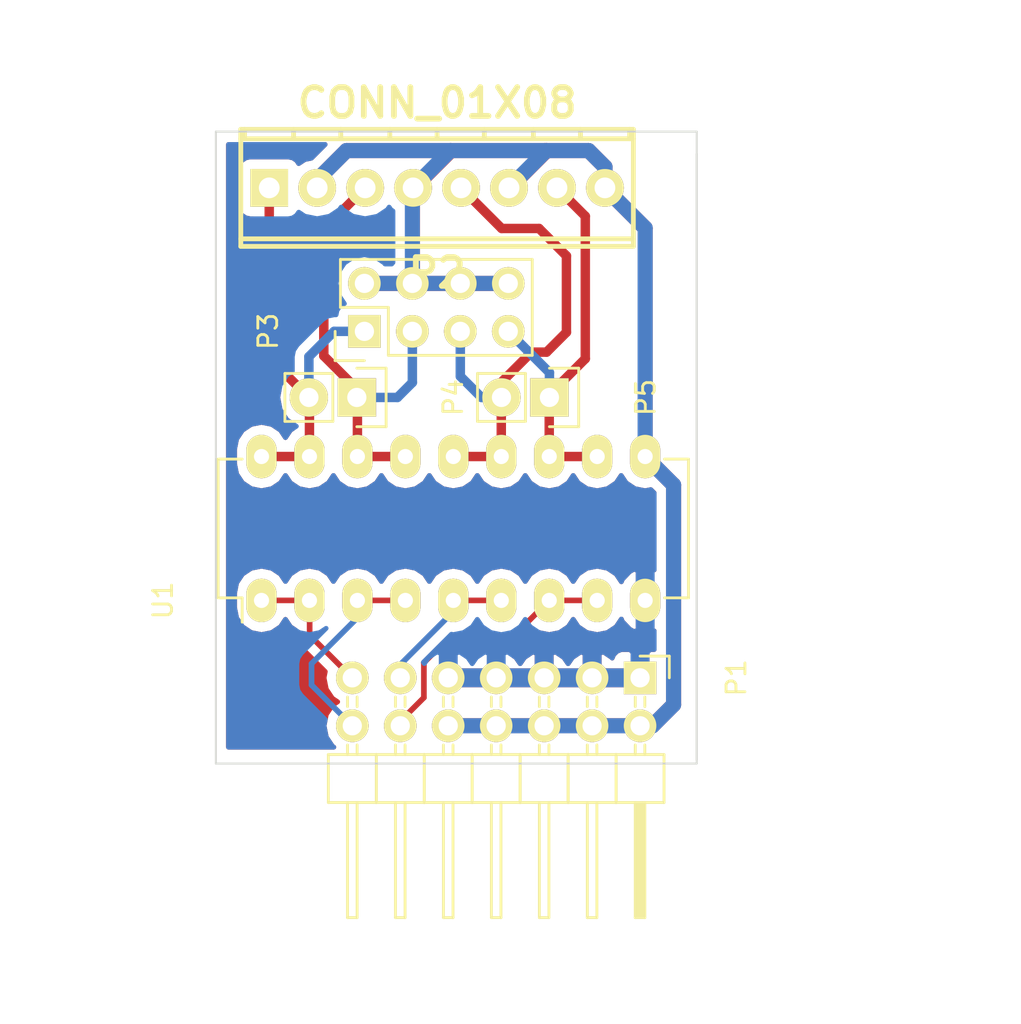
<source format=kicad_pcb>
(kicad_pcb (version 4) (host pcbnew 4.0.1-stable)

  (general
    (links 42)
    (no_connects 0)
    (area 124.7 109.85 178.800001 164.100001)
    (thickness 1.6)
    (drawings 5)
    (tracks 114)
    (zones 0)
    (modules 6)
    (nets 11)
  )

  (page A4)
  (layers
    (0 F.Cu signal)
    (31 B.Cu signal)
    (32 B.Adhes user)
    (33 F.Adhes user)
    (34 B.Paste user)
    (35 F.Paste user)
    (36 B.SilkS user)
    (37 F.SilkS user)
    (38 B.Mask user)
    (39 F.Mask user)
    (40 Dwgs.User user)
    (41 Cmts.User user)
    (42 Eco1.User user)
    (43 Eco2.User user)
    (44 Edge.Cuts user)
    (45 Margin user)
    (46 B.CrtYd user)
    (47 F.CrtYd user)
    (48 B.Fab user)
    (49 F.Fab user)
  )

  (setup
    (last_trace_width 0.25)
    (user_trace_width 0.3)
    (user_trace_width 0.5)
    (user_trace_width 0.8)
    (user_trace_width 1.5)
    (trace_clearance 0.2)
    (zone_clearance 0.5)
    (zone_45_only no)
    (trace_min 0.2)
    (segment_width 0.2)
    (edge_width 0.1)
    (via_size 0.6)
    (via_drill 0.4)
    (via_min_size 0.4)
    (via_min_drill 0.3)
    (uvia_size 0.3)
    (uvia_drill 0.1)
    (uvias_allowed no)
    (uvia_min_size 0.2)
    (uvia_min_drill 0.1)
    (pcb_text_width 0.3)
    (pcb_text_size 1.5 1.5)
    (mod_edge_width 0.15)
    (mod_text_size 1 1)
    (mod_text_width 0.15)
    (pad_size 1.5 1.5)
    (pad_drill 0.6)
    (pad_to_mask_clearance 0)
    (aux_axis_origin 137.7 141)
    (visible_elements 7FFFFFFF)
    (pcbplotparams
      (layerselection 0x00030_80000001)
      (usegerberextensions false)
      (excludeedgelayer true)
      (linewidth 0.100000)
      (plotframeref false)
      (viasonmask false)
      (mode 1)
      (useauxorigin false)
      (hpglpennumber 1)
      (hpglpenspeed 20)
      (hpglpendiameter 15)
      (hpglpenoverlay 2)
      (psnegative false)
      (psa4output false)
      (plotreference true)
      (plotvalue true)
      (plotinvisibletext false)
      (padsonsilk false)
      (subtractmaskfromsilk false)
      (outputformat 1)
      (mirror false)
      (drillshape 1)
      (scaleselection 1)
      (outputdirectory ""))
  )

  (net 0 "")
  (net 1 GND)
  (net 2 +12V)
  (net 3 /PWM-ADD0)
  (net 4 /PWM-ADD1)
  (net 5 /PWM-ADD2)
  (net 6 /PWM-ADD3)
  (net 7 /PWM-OUT2)
  (net 8 /PWM-OUT0)
  (net 9 /PWM-OUT1)
  (net 10 /PWM-OUT3)

  (net_class Default "This is the default net class."
    (clearance 0.2)
    (trace_width 0.25)
    (via_dia 0.6)
    (via_drill 0.4)
    (uvia_dia 0.3)
    (uvia_drill 0.1)
    (add_net +12V)
    (add_net /PWM-ADD0)
    (add_net /PWM-ADD1)
    (add_net /PWM-ADD2)
    (add_net /PWM-ADD3)
    (add_net /PWM-OUT0)
    (add_net /PWM-OUT1)
    (add_net /PWM-OUT2)
    (add_net /PWM-OUT3)
    (add_net GND)
  )

  (module 2:mpt_0,5%2f8-2,54 (layer F.Cu) (tedit 0) (tstamp 56C9A49A)
    (at 147.85 119.8 180)
    (descr "8-way 2.54mm pitch terminal block, Phoenix MPT series")
    (path /56B9EDB9)
    (fp_text reference P2 (at 0 -4.50088 180) (layer F.SilkS)
      (effects (font (thickness 0.3048)))
    )
    (fp_text value CONN_01X08 (at 0 4.50088 180) (layer F.SilkS)
      (effects (font (thickness 0.3048)))
    )
    (fp_line (start 10.39876 -3.0988) (end -10.39876 -3.0988) (layer F.SilkS) (width 0.254))
    (fp_line (start -10.39876 -2.70002) (end 10.39876 -2.70002) (layer F.SilkS) (width 0.254))
    (fp_line (start 10.39876 3.0988) (end -10.39876 3.0988) (layer F.SilkS) (width 0.254))
    (fp_line (start -10.39876 2.60096) (end 10.39876 2.60096) (layer F.SilkS) (width 0.254))
    (fp_line (start 0 2.60096) (end 0 3.0988) (layer F.SilkS) (width 0.254))
    (fp_line (start 7.59968 2.60096) (end 7.59968 3.0988) (layer F.SilkS) (width 0.254))
    (fp_line (start 5.10032 2.60096) (end 5.10032 3.0988) (layer F.SilkS) (width 0.254))
    (fp_line (start 2.5019 2.60096) (end 2.5019 3.0988) (layer F.SilkS) (width 0.254))
    (fp_line (start -2.49936 2.60096) (end -2.49936 3.0988) (layer F.SilkS) (width 0.254))
    (fp_line (start -5.09778 2.60096) (end -5.09778 3.0988) (layer F.SilkS) (width 0.254))
    (fp_line (start -10.1981 3.0988) (end -10.1981 2.60096) (layer F.SilkS) (width 0.254))
    (fp_line (start 10.1981 2.60096) (end 10.1981 3.0988) (layer F.SilkS) (width 0.254))
    (fp_line (start -7.5946 3.0988) (end -7.5946 2.60096) (layer F.SilkS) (width 0.254))
    (fp_line (start 10.39622 3.0988) (end 10.39622 -3.0988) (layer F.SilkS) (width 0.254))
    (fp_line (start -10.39622 -3.0988) (end -10.39622 3.0988) (layer F.SilkS) (width 0.254))
    (pad 4 thru_hole oval (at 1.27 0 180) (size 1.99898 1.99898) (drill 1.09728) (layers *.Cu *.Mask F.SilkS)
      (net 2 +12V))
    (pad 1 thru_hole rect (at 8.89 0 180) (size 1.99898 1.99898) (drill 1.09728) (layers *.Cu *.Mask F.SilkS)
      (net 8 /PWM-OUT0))
    (pad 2 thru_hole oval (at 6.35 0 180) (size 1.99898 1.99898) (drill 1.09728) (layers *.Cu *.Mask F.SilkS)
      (net 2 +12V))
    (pad 3 thru_hole oval (at 3.81 0 180) (size 1.99898 1.99898) (drill 1.09728) (layers *.Cu *.Mask F.SilkS)
      (net 9 /PWM-OUT1))
    (pad 5 thru_hole oval (at -1.27 0 180) (size 1.99898 1.99898) (drill 1.09728) (layers *.Cu *.Mask F.SilkS)
      (net 7 /PWM-OUT2))
    (pad 6 thru_hole oval (at -3.81 0 180) (size 1.99898 1.99898) (drill 1.09728) (layers *.Cu *.Mask F.SilkS)
      (net 2 +12V))
    (pad 7 thru_hole oval (at -6.35 0 180) (size 1.99898 1.99898) (drill 1.09728) (layers *.Cu *.Mask F.SilkS)
      (net 10 /PWM-OUT3))
    (pad 8 thru_hole oval (at -8.89 0 180) (size 1.99898 1.99898) (drill 1.09728) (layers *.Cu *.Mask F.SilkS)
      (net 2 +12V))
    (model walter/conn_mpt/mpt_0,5-8-2,54.wrl
      (at (xyz 0 0 0))
      (scale (xyz 1 1 1))
      (rotate (xyz 0 0 0))
    )
  )

  (module Pin_Headers:Pin_Header_Straight_1x02 (layer F.Cu) (tedit 54EA090C) (tstamp 56C9A4AB)
    (at 143.6 130.9 270)
    (descr "Through hole pin header")
    (tags "pin header")
    (path /56B9F55A)
    (fp_text reference P4 (at 0 -5.1 270) (layer F.SilkS)
      (effects (font (size 1 1) (thickness 0.15)))
    )
    (fp_text value CONN_01X02 (at 0 -3.1 270) (layer F.Fab)
      (effects (font (size 1 1) (thickness 0.15)))
    )
    (fp_line (start 1.27 1.27) (end 1.27 3.81) (layer F.SilkS) (width 0.15))
    (fp_line (start 1.55 -1.55) (end 1.55 0) (layer F.SilkS) (width 0.15))
    (fp_line (start -1.75 -1.75) (end -1.75 4.3) (layer F.CrtYd) (width 0.05))
    (fp_line (start 1.75 -1.75) (end 1.75 4.3) (layer F.CrtYd) (width 0.05))
    (fp_line (start -1.75 -1.75) (end 1.75 -1.75) (layer F.CrtYd) (width 0.05))
    (fp_line (start -1.75 4.3) (end 1.75 4.3) (layer F.CrtYd) (width 0.05))
    (fp_line (start 1.27 1.27) (end -1.27 1.27) (layer F.SilkS) (width 0.15))
    (fp_line (start -1.55 0) (end -1.55 -1.55) (layer F.SilkS) (width 0.15))
    (fp_line (start -1.55 -1.55) (end 1.55 -1.55) (layer F.SilkS) (width 0.15))
    (fp_line (start -1.27 1.27) (end -1.27 3.81) (layer F.SilkS) (width 0.15))
    (fp_line (start -1.27 3.81) (end 1.27 3.81) (layer F.SilkS) (width 0.15))
    (pad 1 thru_hole rect (at 0 0 270) (size 2.032 2.032) (drill 1.016) (layers *.Cu *.Mask F.SilkS)
      (net 9 /PWM-OUT1))
    (pad 2 thru_hole oval (at 0 2.54 270) (size 2.032 2.032) (drill 1.016) (layers *.Cu *.Mask F.SilkS)
      (net 8 /PWM-OUT0))
    (model Pin_Headers.3dshapes/Pin_Header_Straight_1x02.wrl
      (at (xyz 0 -0.05 0))
      (scale (xyz 1 1 1))
      (rotate (xyz 0 0 90))
    )
  )

  (module Pin_Headers:Pin_Header_Straight_1x02 (layer F.Cu) (tedit 54EA090C) (tstamp 56C9A4BC)
    (at 153.8 130.9 270)
    (descr "Through hole pin header")
    (tags "pin header")
    (path /56B9F663)
    (fp_text reference P5 (at 0 -5.1 270) (layer F.SilkS)
      (effects (font (size 1 1) (thickness 0.15)))
    )
    (fp_text value CONN_01X02 (at 0 -3.1 270) (layer F.Fab)
      (effects (font (size 1 1) (thickness 0.15)))
    )
    (fp_line (start 1.27 1.27) (end 1.27 3.81) (layer F.SilkS) (width 0.15))
    (fp_line (start 1.55 -1.55) (end 1.55 0) (layer F.SilkS) (width 0.15))
    (fp_line (start -1.75 -1.75) (end -1.75 4.3) (layer F.CrtYd) (width 0.05))
    (fp_line (start 1.75 -1.75) (end 1.75 4.3) (layer F.CrtYd) (width 0.05))
    (fp_line (start -1.75 -1.75) (end 1.75 -1.75) (layer F.CrtYd) (width 0.05))
    (fp_line (start -1.75 4.3) (end 1.75 4.3) (layer F.CrtYd) (width 0.05))
    (fp_line (start 1.27 1.27) (end -1.27 1.27) (layer F.SilkS) (width 0.15))
    (fp_line (start -1.55 0) (end -1.55 -1.55) (layer F.SilkS) (width 0.15))
    (fp_line (start -1.55 -1.55) (end 1.55 -1.55) (layer F.SilkS) (width 0.15))
    (fp_line (start -1.27 1.27) (end -1.27 3.81) (layer F.SilkS) (width 0.15))
    (fp_line (start -1.27 3.81) (end 1.27 3.81) (layer F.SilkS) (width 0.15))
    (pad 1 thru_hole rect (at 0 0 270) (size 2.032 2.032) (drill 1.016) (layers *.Cu *.Mask F.SilkS)
      (net 10 /PWM-OUT3))
    (pad 2 thru_hole oval (at 0 2.54 270) (size 2.032 2.032) (drill 1.016) (layers *.Cu *.Mask F.SilkS)
      (net 7 /PWM-OUT2))
    (model Pin_Headers.3dshapes/Pin_Header_Straight_1x02.wrl
      (at (xyz 0 -0.05 0))
      (scale (xyz 1 1 1))
      (rotate (xyz 0 0 90))
    )
  )

  (module Housings_DIP:DIP-18_W7.62mm_LongPads (layer F.Cu) (tedit 54130A77) (tstamp 56C9A4DD)
    (at 138.55 141.65 90)
    (descr "18-lead dip package, row spacing 7.62 mm (300 mils), longer pads")
    (tags "dil dip 2.54 300")
    (path /56B9EB55)
    (fp_text reference U1 (at 0 -5.22 90) (layer F.SilkS)
      (effects (font (size 1 1) (thickness 0.15)))
    )
    (fp_text value ULN2803 (at 0 -3.72 90) (layer F.Fab)
      (effects (font (size 1 1) (thickness 0.15)))
    )
    (fp_line (start -1.4 -2.45) (end -1.4 22.8) (layer F.CrtYd) (width 0.05))
    (fp_line (start 9 -2.45) (end 9 22.8) (layer F.CrtYd) (width 0.05))
    (fp_line (start -1.4 -2.45) (end 9 -2.45) (layer F.CrtYd) (width 0.05))
    (fp_line (start -1.4 22.8) (end 9 22.8) (layer F.CrtYd) (width 0.05))
    (fp_line (start 0.135 -2.295) (end 0.135 -1.025) (layer F.SilkS) (width 0.15))
    (fp_line (start 7.485 -2.295) (end 7.485 -1.025) (layer F.SilkS) (width 0.15))
    (fp_line (start 7.485 22.615) (end 7.485 21.345) (layer F.SilkS) (width 0.15))
    (fp_line (start 0.135 22.615) (end 0.135 21.345) (layer F.SilkS) (width 0.15))
    (fp_line (start 0.135 -2.295) (end 7.485 -2.295) (layer F.SilkS) (width 0.15))
    (fp_line (start 0.135 22.615) (end 7.485 22.615) (layer F.SilkS) (width 0.15))
    (fp_line (start 0.135 -1.025) (end -1.15 -1.025) (layer F.SilkS) (width 0.15))
    (pad 1 thru_hole oval (at 0 0 90) (size 2.3 1.6) (drill 0.8) (layers *.Cu *.Mask F.SilkS)
      (net 3 /PWM-ADD0))
    (pad 2 thru_hole oval (at 0 2.54 90) (size 2.3 1.6) (drill 0.8) (layers *.Cu *.Mask F.SilkS)
      (net 3 /PWM-ADD0))
    (pad 3 thru_hole oval (at 0 5.08 90) (size 2.3 1.6) (drill 0.8) (layers *.Cu *.Mask F.SilkS)
      (net 4 /PWM-ADD1))
    (pad 4 thru_hole oval (at 0 7.62 90) (size 2.3 1.6) (drill 0.8) (layers *.Cu *.Mask F.SilkS)
      (net 4 /PWM-ADD1))
    (pad 5 thru_hole oval (at 0 10.16 90) (size 2.3 1.6) (drill 0.8) (layers *.Cu *.Mask F.SilkS)
      (net 5 /PWM-ADD2))
    (pad 6 thru_hole oval (at 0 12.7 90) (size 2.3 1.6) (drill 0.8) (layers *.Cu *.Mask F.SilkS)
      (net 5 /PWM-ADD2))
    (pad 7 thru_hole oval (at 0 15.24 90) (size 2.3 1.6) (drill 0.8) (layers *.Cu *.Mask F.SilkS)
      (net 6 /PWM-ADD3))
    (pad 8 thru_hole oval (at 0 17.78 90) (size 2.3 1.6) (drill 0.8) (layers *.Cu *.Mask F.SilkS)
      (net 6 /PWM-ADD3))
    (pad 9 thru_hole oval (at 0 20.32 90) (size 2.3 1.6) (drill 0.8) (layers *.Cu *.Mask F.SilkS)
      (net 1 GND))
    (pad 10 thru_hole oval (at 7.62 20.32 90) (size 2.3 1.6) (drill 0.8) (layers *.Cu *.Mask F.SilkS)
      (net 2 +12V))
    (pad 11 thru_hole oval (at 7.62 17.78 90) (size 2.3 1.6) (drill 0.8) (layers *.Cu *.Mask F.SilkS)
      (net 10 /PWM-OUT3))
    (pad 12 thru_hole oval (at 7.62 15.24 90) (size 2.3 1.6) (drill 0.8) (layers *.Cu *.Mask F.SilkS)
      (net 10 /PWM-OUT3))
    (pad 13 thru_hole oval (at 7.62 12.7 90) (size 2.3 1.6) (drill 0.8) (layers *.Cu *.Mask F.SilkS)
      (net 7 /PWM-OUT2))
    (pad 14 thru_hole oval (at 7.62 10.16 90) (size 2.3 1.6) (drill 0.8) (layers *.Cu *.Mask F.SilkS)
      (net 7 /PWM-OUT2))
    (pad 15 thru_hole oval (at 7.62 7.62 90) (size 2.3 1.6) (drill 0.8) (layers *.Cu *.Mask F.SilkS)
      (net 9 /PWM-OUT1))
    (pad 16 thru_hole oval (at 7.62 5.08 90) (size 2.3 1.6) (drill 0.8) (layers *.Cu *.Mask F.SilkS)
      (net 9 /PWM-OUT1))
    (pad 17 thru_hole oval (at 7.62 2.54 90) (size 2.3 1.6) (drill 0.8) (layers *.Cu *.Mask F.SilkS)
      (net 8 /PWM-OUT0))
    (pad 18 thru_hole oval (at 7.62 0 90) (size 2.3 1.6) (drill 0.8) (layers *.Cu *.Mask F.SilkS)
      (net 8 /PWM-OUT0))
    (model Housings_DIP.3dshapes/DIP-18_W7.62mm_LongPads.wrl
      (at (xyz 0 0 0))
      (scale (xyz 1 1 1))
      (rotate (xyz 0 0 0))
    )
  )

  (module Pin_Headers:Pin_Header_Angled_2x07 (layer F.Cu) (tedit 0) (tstamp 56C9C6BF)
    (at 158.6 145.75 270)
    (descr "Through hole pin header")
    (tags "pin header")
    (path /56C9A3DE)
    (fp_text reference P1 (at 0 -5.1 270) (layer F.SilkS)
      (effects (font (size 1 1) (thickness 0.15)))
    )
    (fp_text value CONN_02X07 (at 0 -3.1 270) (layer F.Fab)
      (effects (font (size 1 1) (thickness 0.15)))
    )
    (fp_line (start -1.35 -1.75) (end -1.35 17) (layer F.CrtYd) (width 0.05))
    (fp_line (start 13.2 -1.75) (end 13.2 17) (layer F.CrtYd) (width 0.05))
    (fp_line (start -1.35 -1.75) (end 13.2 -1.75) (layer F.CrtYd) (width 0.05))
    (fp_line (start -1.35 17) (end 13.2 17) (layer F.CrtYd) (width 0.05))
    (fp_line (start 1.524 14.986) (end 1.016 14.986) (layer F.SilkS) (width 0.15))
    (fp_line (start 1.524 15.494) (end 1.016 15.494) (layer F.SilkS) (width 0.15))
    (fp_line (start 1.524 12.954) (end 1.016 12.954) (layer F.SilkS) (width 0.15))
    (fp_line (start 1.524 12.446) (end 1.016 12.446) (layer F.SilkS) (width 0.15))
    (fp_line (start 1.524 10.414) (end 1.016 10.414) (layer F.SilkS) (width 0.15))
    (fp_line (start 1.524 9.906) (end 1.016 9.906) (layer F.SilkS) (width 0.15))
    (fp_line (start 1.524 -0.254) (end 1.016 -0.254) (layer F.SilkS) (width 0.15))
    (fp_line (start 1.524 0.254) (end 1.016 0.254) (layer F.SilkS) (width 0.15))
    (fp_line (start 1.524 2.286) (end 1.016 2.286) (layer F.SilkS) (width 0.15))
    (fp_line (start 1.524 2.794) (end 1.016 2.794) (layer F.SilkS) (width 0.15))
    (fp_line (start 1.524 7.874) (end 1.016 7.874) (layer F.SilkS) (width 0.15))
    (fp_line (start 1.524 7.366) (end 1.016 7.366) (layer F.SilkS) (width 0.15))
    (fp_line (start 1.524 5.334) (end 1.016 5.334) (layer F.SilkS) (width 0.15))
    (fp_line (start 1.524 4.826) (end 1.016 4.826) (layer F.SilkS) (width 0.15))
    (fp_line (start 4.064 14.986) (end 3.556 14.986) (layer F.SilkS) (width 0.15))
    (fp_line (start 4.064 15.494) (end 3.556 15.494) (layer F.SilkS) (width 0.15))
    (fp_line (start 4.064 12.954) (end 3.556 12.954) (layer F.SilkS) (width 0.15))
    (fp_line (start 4.064 12.446) (end 3.556 12.446) (layer F.SilkS) (width 0.15))
    (fp_line (start 4.064 10.414) (end 3.556 10.414) (layer F.SilkS) (width 0.15))
    (fp_line (start 4.064 9.906) (end 3.556 9.906) (layer F.SilkS) (width 0.15))
    (fp_line (start 4.064 -0.254) (end 3.556 -0.254) (layer F.SilkS) (width 0.15))
    (fp_line (start 4.064 0.254) (end 3.556 0.254) (layer F.SilkS) (width 0.15))
    (fp_line (start 4.064 2.286) (end 3.556 2.286) (layer F.SilkS) (width 0.15))
    (fp_line (start 4.064 2.794) (end 3.556 2.794) (layer F.SilkS) (width 0.15))
    (fp_line (start 4.064 7.874) (end 3.556 7.874) (layer F.SilkS) (width 0.15))
    (fp_line (start 4.064 7.366) (end 3.556 7.366) (layer F.SilkS) (width 0.15))
    (fp_line (start 4.064 5.334) (end 3.556 5.334) (layer F.SilkS) (width 0.15))
    (fp_line (start 4.064 4.826) (end 3.556 4.826) (layer F.SilkS) (width 0.15))
    (fp_line (start 0 -1.55) (end -1.15 -1.55) (layer F.SilkS) (width 0.15))
    (fp_line (start -1.15 -1.55) (end -1.15 0) (layer F.SilkS) (width 0.15))
    (fp_line (start 6.604 -0.127) (end 12.573 -0.127) (layer F.SilkS) (width 0.15))
    (fp_line (start 12.573 -0.127) (end 12.573 0.127) (layer F.SilkS) (width 0.15))
    (fp_line (start 12.573 0.127) (end 6.731 0.127) (layer F.SilkS) (width 0.15))
    (fp_line (start 6.731 0.127) (end 6.731 0) (layer F.SilkS) (width 0.15))
    (fp_line (start 6.731 0) (end 12.573 0) (layer F.SilkS) (width 0.15))
    (fp_line (start 4.064 8.89) (end 6.604 8.89) (layer F.SilkS) (width 0.15))
    (fp_line (start 4.064 8.89) (end 4.064 11.43) (layer F.SilkS) (width 0.15))
    (fp_line (start 4.064 11.43) (end 6.604 11.43) (layer F.SilkS) (width 0.15))
    (fp_line (start 6.604 9.906) (end 12.7 9.906) (layer F.SilkS) (width 0.15))
    (fp_line (start 12.7 9.906) (end 12.7 10.414) (layer F.SilkS) (width 0.15))
    (fp_line (start 12.7 10.414) (end 6.604 10.414) (layer F.SilkS) (width 0.15))
    (fp_line (start 6.604 11.43) (end 6.604 8.89) (layer F.SilkS) (width 0.15))
    (fp_line (start 6.604 13.97) (end 6.604 11.43) (layer F.SilkS) (width 0.15))
    (fp_line (start 12.7 12.954) (end 6.604 12.954) (layer F.SilkS) (width 0.15))
    (fp_line (start 12.7 12.446) (end 12.7 12.954) (layer F.SilkS) (width 0.15))
    (fp_line (start 6.604 12.446) (end 12.7 12.446) (layer F.SilkS) (width 0.15))
    (fp_line (start 4.064 13.97) (end 6.604 13.97) (layer F.SilkS) (width 0.15))
    (fp_line (start 4.064 11.43) (end 4.064 13.97) (layer F.SilkS) (width 0.15))
    (fp_line (start 4.064 11.43) (end 6.604 11.43) (layer F.SilkS) (width 0.15))
    (fp_line (start 6.604 16.51) (end 6.604 13.97) (layer F.SilkS) (width 0.15))
    (fp_line (start 12.7 15.494) (end 6.604 15.494) (layer F.SilkS) (width 0.15))
    (fp_line (start 12.7 14.986) (end 12.7 15.494) (layer F.SilkS) (width 0.15))
    (fp_line (start 6.604 14.986) (end 12.7 14.986) (layer F.SilkS) (width 0.15))
    (fp_line (start 4.064 16.51) (end 6.604 16.51) (layer F.SilkS) (width 0.15))
    (fp_line (start 4.064 13.97) (end 4.064 16.51) (layer F.SilkS) (width 0.15))
    (fp_line (start 4.064 13.97) (end 6.604 13.97) (layer F.SilkS) (width 0.15))
    (fp_line (start 4.064 3.81) (end 6.604 3.81) (layer F.SilkS) (width 0.15))
    (fp_line (start 4.064 3.81) (end 4.064 6.35) (layer F.SilkS) (width 0.15))
    (fp_line (start 4.064 6.35) (end 6.604 6.35) (layer F.SilkS) (width 0.15))
    (fp_line (start 6.604 4.826) (end 12.7 4.826) (layer F.SilkS) (width 0.15))
    (fp_line (start 12.7 4.826) (end 12.7 5.334) (layer F.SilkS) (width 0.15))
    (fp_line (start 12.7 5.334) (end 6.604 5.334) (layer F.SilkS) (width 0.15))
    (fp_line (start 6.604 6.35) (end 6.604 3.81) (layer F.SilkS) (width 0.15))
    (fp_line (start 6.604 8.89) (end 6.604 6.35) (layer F.SilkS) (width 0.15))
    (fp_line (start 12.7 7.874) (end 6.604 7.874) (layer F.SilkS) (width 0.15))
    (fp_line (start 12.7 7.366) (end 12.7 7.874) (layer F.SilkS) (width 0.15))
    (fp_line (start 6.604 7.366) (end 12.7 7.366) (layer F.SilkS) (width 0.15))
    (fp_line (start 4.064 8.89) (end 6.604 8.89) (layer F.SilkS) (width 0.15))
    (fp_line (start 4.064 6.35) (end 4.064 8.89) (layer F.SilkS) (width 0.15))
    (fp_line (start 4.064 6.35) (end 6.604 6.35) (layer F.SilkS) (width 0.15))
    (fp_line (start 4.064 1.27) (end 6.604 1.27) (layer F.SilkS) (width 0.15))
    (fp_line (start 4.064 1.27) (end 4.064 3.81) (layer F.SilkS) (width 0.15))
    (fp_line (start 4.064 3.81) (end 6.604 3.81) (layer F.SilkS) (width 0.15))
    (fp_line (start 6.604 2.286) (end 12.7 2.286) (layer F.SilkS) (width 0.15))
    (fp_line (start 12.7 2.286) (end 12.7 2.794) (layer F.SilkS) (width 0.15))
    (fp_line (start 12.7 2.794) (end 6.604 2.794) (layer F.SilkS) (width 0.15))
    (fp_line (start 6.604 3.81) (end 6.604 1.27) (layer F.SilkS) (width 0.15))
    (fp_line (start 6.604 1.27) (end 6.604 -1.27) (layer F.SilkS) (width 0.15))
    (fp_line (start 12.7 0.254) (end 6.604 0.254) (layer F.SilkS) (width 0.15))
    (fp_line (start 12.7 -0.254) (end 12.7 0.254) (layer F.SilkS) (width 0.15))
    (fp_line (start 6.604 -0.254) (end 12.7 -0.254) (layer F.SilkS) (width 0.15))
    (fp_line (start 4.064 1.27) (end 6.604 1.27) (layer F.SilkS) (width 0.15))
    (fp_line (start 4.064 -1.27) (end 4.064 1.27) (layer F.SilkS) (width 0.15))
    (fp_line (start 4.064 -1.27) (end 6.604 -1.27) (layer F.SilkS) (width 0.15))
    (pad 1 thru_hole rect (at 0 0 270) (size 1.7272 1.7272) (drill 1.016) (layers *.Cu *.Mask F.SilkS)
      (net 1 GND))
    (pad 2 thru_hole oval (at 2.54 0 270) (size 1.7272 1.7272) (drill 1.016) (layers *.Cu *.Mask F.SilkS)
      (net 2 +12V))
    (pad 3 thru_hole oval (at 0 2.54 270) (size 1.7272 1.7272) (drill 1.016) (layers *.Cu *.Mask F.SilkS)
      (net 1 GND))
    (pad 4 thru_hole oval (at 2.54 2.54 270) (size 1.7272 1.7272) (drill 1.016) (layers *.Cu *.Mask F.SilkS)
      (net 2 +12V))
    (pad 5 thru_hole oval (at 0 5.08 270) (size 1.7272 1.7272) (drill 1.016) (layers *.Cu *.Mask F.SilkS)
      (net 1 GND))
    (pad 6 thru_hole oval (at 2.54 5.08 270) (size 1.7272 1.7272) (drill 1.016) (layers *.Cu *.Mask F.SilkS)
      (net 2 +12V))
    (pad 7 thru_hole oval (at 0 7.62 270) (size 1.7272 1.7272) (drill 1.016) (layers *.Cu *.Mask F.SilkS)
      (net 1 GND))
    (pad 8 thru_hole oval (at 2.54 7.62 270) (size 1.7272 1.7272) (drill 1.016) (layers *.Cu *.Mask F.SilkS)
      (net 2 +12V))
    (pad 9 thru_hole oval (at 0 10.16 270) (size 1.7272 1.7272) (drill 1.016) (layers *.Cu *.Mask F.SilkS)
      (net 1 GND))
    (pad 10 thru_hole oval (at 2.54 10.16 270) (size 1.7272 1.7272) (drill 1.016) (layers *.Cu *.Mask F.SilkS)
      (net 2 +12V))
    (pad 11 thru_hole oval (at 0 12.7 270) (size 1.7272 1.7272) (drill 1.016) (layers *.Cu *.Mask F.SilkS)
      (net 5 /PWM-ADD2))
    (pad 12 thru_hole oval (at 2.54 12.7 270) (size 1.7272 1.7272) (drill 1.016) (layers *.Cu *.Mask F.SilkS)
      (net 6 /PWM-ADD3))
    (pad 13 thru_hole oval (at 0 15.24 270) (size 1.7272 1.7272) (drill 1.016) (layers *.Cu *.Mask F.SilkS)
      (net 3 /PWM-ADD0))
    (pad 14 thru_hole oval (at 2.54 15.24 270) (size 1.7272 1.7272) (drill 1.016) (layers *.Cu *.Mask F.SilkS)
      (net 4 /PWM-ADD1))
    (model Pin_Headers.3dshapes/Pin_Header_Angled_2x07.wrl
      (at (xyz 0.05 -0.3 0))
      (scale (xyz 1 1 1))
      (rotate (xyz 0 0 90))
    )
  )

  (module Pin_Headers:Pin_Header_Straight_2x04 (layer F.Cu) (tedit 0) (tstamp 56C9C8E6)
    (at 144 127.4 90)
    (descr "Through hole pin header")
    (tags "pin header")
    (path /56C9B25D)
    (fp_text reference P3 (at 0 -5.1 90) (layer F.SilkS)
      (effects (font (size 1 1) (thickness 0.15)))
    )
    (fp_text value CONN_02X04 (at 0 -3.1 90) (layer F.Fab)
      (effects (font (size 1 1) (thickness 0.15)))
    )
    (fp_line (start -1.75 -1.75) (end -1.75 9.4) (layer F.CrtYd) (width 0.05))
    (fp_line (start 4.3 -1.75) (end 4.3 9.4) (layer F.CrtYd) (width 0.05))
    (fp_line (start -1.75 -1.75) (end 4.3 -1.75) (layer F.CrtYd) (width 0.05))
    (fp_line (start -1.75 9.4) (end 4.3 9.4) (layer F.CrtYd) (width 0.05))
    (fp_line (start -1.27 1.27) (end -1.27 8.89) (layer F.SilkS) (width 0.15))
    (fp_line (start -1.27 8.89) (end 3.81 8.89) (layer F.SilkS) (width 0.15))
    (fp_line (start 3.81 8.89) (end 3.81 -1.27) (layer F.SilkS) (width 0.15))
    (fp_line (start 3.81 -1.27) (end 1.27 -1.27) (layer F.SilkS) (width 0.15))
    (fp_line (start 0 -1.55) (end -1.55 -1.55) (layer F.SilkS) (width 0.15))
    (fp_line (start 1.27 -1.27) (end 1.27 1.27) (layer F.SilkS) (width 0.15))
    (fp_line (start 1.27 1.27) (end -1.27 1.27) (layer F.SilkS) (width 0.15))
    (fp_line (start -1.55 -1.55) (end -1.55 0) (layer F.SilkS) (width 0.15))
    (pad 1 thru_hole rect (at 0 0 90) (size 1.7272 1.7272) (drill 1.016) (layers *.Cu *.Mask F.SilkS)
      (net 8 /PWM-OUT0))
    (pad 2 thru_hole oval (at 2.54 0 90) (size 1.7272 1.7272) (drill 1.016) (layers *.Cu *.Mask F.SilkS)
      (net 2 +12V))
    (pad 3 thru_hole oval (at 0 2.54 90) (size 1.7272 1.7272) (drill 1.016) (layers *.Cu *.Mask F.SilkS)
      (net 9 /PWM-OUT1))
    (pad 4 thru_hole oval (at 2.54 2.54 90) (size 1.7272 1.7272) (drill 1.016) (layers *.Cu *.Mask F.SilkS)
      (net 2 +12V))
    (pad 5 thru_hole oval (at 0 5.08 90) (size 1.7272 1.7272) (drill 1.016) (layers *.Cu *.Mask F.SilkS)
      (net 7 /PWM-OUT2))
    (pad 6 thru_hole oval (at 2.54 5.08 90) (size 1.7272 1.7272) (drill 1.016) (layers *.Cu *.Mask F.SilkS)
      (net 2 +12V))
    (pad 7 thru_hole oval (at 0 7.62 90) (size 1.7272 1.7272) (drill 1.016) (layers *.Cu *.Mask F.SilkS)
      (net 10 /PWM-OUT3))
    (pad 8 thru_hole oval (at 2.54 7.62 90) (size 1.7272 1.7272) (drill 1.016) (layers *.Cu *.Mask F.SilkS)
      (net 2 +12V))
    (model Pin_Headers.3dshapes/Pin_Header_Straight_2x04.wrl
      (at (xyz 0.05 -0.15 0))
      (scale (xyz 1 1 1))
      (rotate (xyz 0 0 90))
    )
  )

  (gr_line (start 161.6 150.29) (end 136.13 150.29) (angle 90) (layer Edge.Cuts) (width 0.1))
  (gr_line (start 161.6 116.82) (end 161.6 150.29) (angle 90) (layer Edge.Cuts) (width 0.1))
  (gr_line (start 136.13 116.82) (end 136.13 150.29) (angle 90) (layer Edge.Cuts) (width 0.1))
  (gr_line (start 161.6 116.82) (end 136.13 116.82) (angle 90) (layer Edge.Cuts) (width 0.1))
  (gr_line (start 161.6 150.1) (end 161.6 118) (angle 90) (layer Edge.Cuts) (width 0.1))

  (segment (start 149.08 124.86) (end 151.62 124.86) (width 0.8) (layer B.Cu) (net 2))
  (segment (start 146.54 124.86) (end 149.08 124.86) (width 0.8) (layer B.Cu) (net 2))
  (segment (start 146.54 124.86) (end 146.54 119.84) (width 0.8) (layer B.Cu) (net 2))
  (segment (start 146.54 119.84) (end 146.58 119.8) (width 0.8) (layer B.Cu) (net 2) (tstamp 56C9CB11))
  (segment (start 146.54 124.86) (end 144 124.86) (width 0.8) (layer B.Cu) (net 2))
  (segment (start 146.54 124.86) (end 146.54 119.84) (width 0.8) (layer F.Cu) (net 2))
  (segment (start 146.54 119.84) (end 146.58 119.8) (width 0.8) (layer F.Cu) (net 2) (tstamp 56C9CB0C))
  (segment (start 149.08 124.86) (end 151.62 124.86) (width 0.8) (layer F.Cu) (net 2))
  (segment (start 146.54 124.86) (end 149.08 124.86) (width 0.8) (layer F.Cu) (net 2))
  (segment (start 144 124.86) (end 146.54 124.86) (width 0.8) (layer F.Cu) (net 2))
  (segment (start 151.66 119.8) (end 151.675 119.8) (width 0.8) (layer F.Cu) (net 2))
  (segment (start 151.675 119.8) (end 153.65 117.825) (width 0.8) (layer F.Cu) (net 2) (tstamp 56C9CB00))
  (segment (start 153.65 117.825) (end 153.55 117.925) (width 0.8) (layer F.Cu) (net 2) (tstamp 56C9CB01))
  (segment (start 153.55 117.925) (end 153.55 117.825) (width 0.8) (layer F.Cu) (net 2) (tstamp 56C9CB03))
  (segment (start 146.58 119.8) (end 146.6 119.8) (width 0.8) (layer F.Cu) (net 2))
  (segment (start 146.6 119.8) (end 148.575 117.825) (width 0.8) (layer F.Cu) (net 2) (tstamp 56C9CAFB))
  (segment (start 156.74 119.8) (end 156.74 118.69) (width 0.8) (layer F.Cu) (net 2))
  (segment (start 156.74 118.69) (end 155.875 117.825) (width 0.8) (layer F.Cu) (net 2) (tstamp 56C9CAF4))
  (segment (start 155.875 117.825) (end 153.55 117.825) (width 0.8) (layer F.Cu) (net 2) (tstamp 56C9CAF5))
  (segment (start 153.55 117.825) (end 148.575 117.825) (width 0.8) (layer F.Cu) (net 2) (tstamp 56C9CB04))
  (segment (start 148.575 117.825) (end 143.05 117.825) (width 0.8) (layer F.Cu) (net 2) (tstamp 56C9CAFE))
  (segment (start 143.05 117.825) (end 141.5 119.375) (width 0.8) (layer F.Cu) (net 2) (tstamp 56C9CAF6))
  (segment (start 141.5 119.375) (end 141.5 119.8) (width 0.8) (layer F.Cu) (net 2) (tstamp 56C9CAF7))
  (segment (start 141.5 119.8) (end 141.5 119.375) (width 0.8) (layer B.Cu) (net 2))
  (segment (start 141.5 119.375) (end 143.05 117.825) (width 0.8) (layer B.Cu) (net 2) (tstamp 56C9CAF0))
  (segment (start 143.05 117.825) (end 148.55 117.825) (width 0.8) (layer B.Cu) (net 2) (tstamp 56C9CAF1))
  (segment (start 146.58 119.8) (end 146.58 119.795) (width 0.8) (layer B.Cu) (net 2))
  (segment (start 146.58 119.795) (end 148.55 117.825) (width 0.8) (layer B.Cu) (net 2) (tstamp 56C9CAEC))
  (segment (start 148.55 117.825) (end 153.635 117.825) (width 0.8) (layer B.Cu) (net 2) (tstamp 56C9CAED))
  (segment (start 156.74 119.8) (end 156.74 118.69) (width 0.8) (layer B.Cu) (net 2))
  (segment (start 156.74 118.69) (end 155.875 117.825) (width 0.8) (layer B.Cu) (net 2) (tstamp 56C9CAE5))
  (segment (start 155.875 117.825) (end 153.635 117.825) (width 0.8) (layer B.Cu) (net 2) (tstamp 56C9CAE6))
  (segment (start 153.635 117.825) (end 151.66 119.8) (width 0.8) (layer B.Cu) (net 2) (tstamp 56C9CAE7))
  (segment (start 158.87 134.03) (end 158.87 121.93) (width 0.8) (layer B.Cu) (net 2))
  (segment (start 158.87 121.93) (end 156.74 119.8) (width 0.8) (layer B.Cu) (net 2) (tstamp 56C9CAE2))
  (segment (start 158.87 134.03) (end 158.87 121.93) (width 0.8) (layer F.Cu) (net 2))
  (segment (start 158.87 121.93) (end 156.74 119.8) (width 0.8) (layer F.Cu) (net 2) (tstamp 56C9CADF))
  (segment (start 158.6 148.29) (end 159.26 148.29) (width 0.8) (layer F.Cu) (net 2))
  (segment (start 159.26 148.29) (end 160.375 147.175) (width 0.8) (layer F.Cu) (net 2) (tstamp 56C9CADA))
  (segment (start 160.375 147.175) (end 160.375 135.535) (width 0.8) (layer F.Cu) (net 2) (tstamp 56C9CADB))
  (segment (start 160.375 135.535) (end 158.87 134.03) (width 0.8) (layer F.Cu) (net 2) (tstamp 56C9CADC))
  (segment (start 158.6 148.29) (end 159.26 148.29) (width 0.8) (layer B.Cu) (net 2))
  (segment (start 159.26 148.29) (end 160.375 147.175) (width 0.8) (layer B.Cu) (net 2) (tstamp 56C9CAD5))
  (segment (start 160.375 147.175) (end 160.375 135.535) (width 0.8) (layer B.Cu) (net 2) (tstamp 56C9CAD6))
  (segment (start 160.375 135.535) (end 158.87 134.03) (width 0.8) (layer B.Cu) (net 2) (tstamp 56C9CAD7))
  (segment (start 156.06 148.29) (end 158.6 148.29) (width 0.8) (layer B.Cu) (net 2))
  (segment (start 153.52 148.29) (end 156.06 148.29) (width 0.8) (layer B.Cu) (net 2))
  (segment (start 150.98 148.29) (end 153.52 148.29) (width 0.8) (layer B.Cu) (net 2))
  (segment (start 148.44 148.29) (end 150.98 148.29) (width 0.8) (layer B.Cu) (net 2))
  (segment (start 148.44 148.29) (end 150.98 148.29) (width 0.8) (layer F.Cu) (net 2))
  (segment (start 150.98 148.29) (end 153.52 148.29) (width 0.8) (layer F.Cu) (net 2) (tstamp 56C9CABD))
  (segment (start 156.06 148.29) (end 158.6 148.29) (width 0.8) (layer F.Cu) (net 2))
  (segment (start 153.52 148.29) (end 156.06 148.29) (width 0.8) (layer F.Cu) (net 2))
  (segment (start 138.55 141.65) (end 141.09 141.65) (width 0.3) (layer F.Cu) (net 3))
  (segment (start 141.09 141.65) (end 141.1 141.66) (width 0.3) (layer F.Cu) (net 3) (tstamp 56C9CA4E))
  (segment (start 141.1 141.66) (end 141.1 143.49) (width 0.3) (layer F.Cu) (net 3) (tstamp 56C9CA4F))
  (segment (start 141.1 143.49) (end 143.36 145.75) (width 0.3) (layer F.Cu) (net 3) (tstamp 56C9CA50))
  (segment (start 143.63 141.65) (end 143.63 142.57) (width 0.3) (layer B.Cu) (net 4))
  (segment (start 143.63 142.57) (end 141.2 145) (width 0.3) (layer B.Cu) (net 4) (tstamp 56C9CA5E))
  (segment (start 141.2 146.13) (end 143.36 148.29) (width 0.3) (layer B.Cu) (net 4) (tstamp 56C9CA61))
  (segment (start 141.2 145) (end 141.2 146.13) (width 0.3) (layer B.Cu) (net 4) (tstamp 56C9CA5F))
  (segment (start 146.17 141.65) (end 143.63 141.65) (width 0.3) (layer F.Cu) (net 4))
  (segment (start 148.71 142.24) (end 148.71 141.65) (width 0.3) (layer B.Cu) (net 5) (tstamp 56C9CA65))
  (segment (start 145.9 145.05) (end 148.71 142.24) (width 0.3) (layer B.Cu) (net 5) (tstamp 56C9CA64))
  (segment (start 145.9 145.75) (end 145.9 145.05) (width 0.3) (layer B.Cu) (net 5))
  (segment (start 148.71 141.65) (end 151.25 141.65) (width 0.3) (layer F.Cu) (net 5))
  (segment (start 145.9 148.29) (end 145.9 148.05) (width 0.3) (layer F.Cu) (net 6))
  (segment (start 145.9 148.05) (end 147.15 146.8) (width 0.3) (layer F.Cu) (net 6) (tstamp 56C9CA6C))
  (segment (start 147.15 146.8) (end 147.15 144.95) (width 0.3) (layer F.Cu) (net 6) (tstamp 56C9CA6D))
  (segment (start 147.15 144.95) (end 148.15 143.95) (width 0.3) (layer F.Cu) (net 6) (tstamp 56C9CA6F))
  (segment (start 148.15 143.95) (end 151.49 143.95) (width 0.3) (layer F.Cu) (net 6) (tstamp 56C9CA71))
  (segment (start 151.49 143.95) (end 153.79 141.65) (width 0.3) (layer F.Cu) (net 6) (tstamp 56C9CA72))
  (segment (start 153.79 141.65) (end 156.33 141.65) (width 0.3) (layer F.Cu) (net 6))
  (segment (start 149.08 127.4) (end 149.08 129.78) (width 0.5) (layer B.Cu) (net 7))
  (segment (start 150.2 130.9) (end 151.26 130.9) (width 0.5) (layer B.Cu) (net 7) (tstamp 56C9CAB3))
  (segment (start 149.08 129.78) (end 150.2 130.9) (width 0.5) (layer B.Cu) (net 7) (tstamp 56C9CAB2))
  (segment (start 151.26 130.9) (end 151.26 130.09) (width 0.5) (layer F.Cu) (net 7))
  (segment (start 151.26 130.09) (end 152.85 128.5) (width 0.5) (layer F.Cu) (net 7) (tstamp 56C9CA9E))
  (segment (start 151.27 121.95) (end 149.12 119.8) (width 0.5) (layer F.Cu) (net 7) (tstamp 56C9CAA4))
  (segment (start 153.25 121.95) (end 151.27 121.95) (width 0.5) (layer F.Cu) (net 7) (tstamp 56C9CAA3))
  (segment (start 154.7 123.4) (end 153.25 121.95) (width 0.5) (layer F.Cu) (net 7) (tstamp 56C9CAA2))
  (segment (start 154.7 127.45) (end 154.7 123.4) (width 0.5) (layer F.Cu) (net 7) (tstamp 56C9CAA1))
  (segment (start 153.65 128.5) (end 154.7 127.45) (width 0.5) (layer F.Cu) (net 7) (tstamp 56C9CAA0))
  (segment (start 152.85 128.5) (end 153.65 128.5) (width 0.5) (layer F.Cu) (net 7) (tstamp 56C9CA9F))
  (segment (start 151.25 134.03) (end 151.25 130.91) (width 0.5) (layer F.Cu) (net 7))
  (segment (start 151.25 130.91) (end 151.26 130.9) (width 0.5) (layer F.Cu) (net 7) (tstamp 56C9CA84))
  (segment (start 148.71 134.03) (end 151.25 134.03) (width 0.5) (layer F.Cu) (net 7))
  (segment (start 144 127.4) (end 142.4 127.4) (width 0.5) (layer B.Cu) (net 8))
  (segment (start 141.06 128.74) (end 141.06 130.9) (width 0.5) (layer B.Cu) (net 8) (tstamp 56C9CAAB))
  (segment (start 142.4 127.4) (end 141.06 128.74) (width 0.5) (layer B.Cu) (net 8) (tstamp 56C9CAAA))
  (segment (start 138.96 119.8) (end 138.96 128.8) (width 0.5) (layer F.Cu) (net 8))
  (segment (start 138.96 128.8) (end 141.06 130.9) (width 0.5) (layer F.Cu) (net 8) (tstamp 56C9CA8F))
  (segment (start 141.09 134.03) (end 141.09 130.93) (width 0.5) (layer F.Cu) (net 8))
  (segment (start 141.09 130.93) (end 141.06 130.9) (width 0.5) (layer F.Cu) (net 8) (tstamp 56C9CA78))
  (segment (start 141.09 134.03) (end 138.55 134.03) (width 0.5) (layer F.Cu) (net 8))
  (segment (start 146.54 127.4) (end 146.54 130.11) (width 0.5) (layer B.Cu) (net 9))
  (segment (start 145.75 130.9) (end 143.6 130.9) (width 0.5) (layer B.Cu) (net 9) (tstamp 56C9CAAF))
  (segment (start 146.54 130.11) (end 145.75 130.9) (width 0.5) (layer B.Cu) (net 9) (tstamp 56C9CAAE))
  (segment (start 143.6 130.9) (end 143.6 130.45) (width 0.5) (layer F.Cu) (net 9))
  (segment (start 143.6 130.45) (end 141.85 128.7) (width 0.5) (layer F.Cu) (net 9) (tstamp 56C9CA93))
  (segment (start 141.85 121.99) (end 144.04 119.8) (width 0.5) (layer F.Cu) (net 9) (tstamp 56C9CA95))
  (segment (start 141.85 128.7) (end 141.85 121.99) (width 0.5) (layer F.Cu) (net 9) (tstamp 56C9CA94))
  (segment (start 143.63 134.03) (end 143.63 130.93) (width 0.5) (layer F.Cu) (net 9))
  (segment (start 143.63 130.93) (end 143.6 130.9) (width 0.5) (layer F.Cu) (net 9) (tstamp 56C9CA7D))
  (segment (start 146.17 134.03) (end 143.63 134.03) (width 0.5) (layer F.Cu) (net 9))
  (segment (start 153.8 130.9) (end 153.8 129.58) (width 0.5) (layer B.Cu) (net 10))
  (segment (start 153.8 129.58) (end 151.62 127.4) (width 0.5) (layer B.Cu) (net 10) (tstamp 56C9CAA7))
  (segment (start 153.8 130.9) (end 153.8 130.75) (width 0.5) (layer F.Cu) (net 10))
  (segment (start 153.8 130.75) (end 155.7 128.85) (width 0.5) (layer F.Cu) (net 10) (tstamp 56C9CA99))
  (segment (start 155.7 121.3) (end 154.2 119.8) (width 0.5) (layer F.Cu) (net 10) (tstamp 56C9CA9B))
  (segment (start 155.7 128.85) (end 155.7 121.3) (width 0.5) (layer F.Cu) (net 10) (tstamp 56C9CA9A))
  (segment (start 153.79 134.03) (end 153.79 130.91) (width 0.5) (layer F.Cu) (net 10))
  (segment (start 153.79 130.91) (end 153.8 130.9) (width 0.5) (layer F.Cu) (net 10) (tstamp 56C9CA87))
  (segment (start 153.79 134.03) (end 156.33 134.03) (width 0.5) (layer F.Cu) (net 10))

  (zone (net 1) (net_name GND) (layer F.Cu) (tstamp 56C9CA5A) (hatch edge 0.508)
    (connect_pads (clearance 0.5))
    (min_thickness 0.254)
    (fill yes (arc_segments 16) (thermal_gap 0.508) (thermal_bridge_width 1))
    (polygon
      (pts
        (xy 130.7 109.85) (xy 178.8 111.4) (xy 176.9 161.15) (xy 127.75 163.95) (xy 126.85 161.15)
      )
    )
    (filled_polygon
      (pts
        (xy 141.194703 118.227899) (xy 140.845704 118.297319) (xy 140.520569 118.514568) (xy 140.417733 118.354757) (xy 140.208207 118.211593)
        (xy 139.95949 118.161227) (xy 137.96051 118.161227) (xy 137.728158 118.204947) (xy 137.514757 118.342267) (xy 137.371593 118.551793)
        (xy 137.321227 118.80051) (xy 137.321227 120.79949) (xy 137.364947 121.031842) (xy 137.502267 121.245243) (xy 137.711793 121.388407)
        (xy 137.96051 121.438773) (xy 138.083 121.438773) (xy 138.083 128.8) (xy 138.149758 129.135613) (xy 138.339867 129.420133)
        (xy 139.478478 130.558743) (xy 139.417 130.867812) (xy 139.417 130.932188) (xy 139.542066 131.560937) (xy 139.898224 132.093964)
        (xy 140.213 132.304291) (xy 140.213 132.547919) (xy 140.080959 132.636146) (xy 139.82 133.026698) (xy 139.559041 132.636146)
        (xy 139.096089 132.326811) (xy 138.55 132.218187) (xy 138.003911 132.326811) (xy 137.540959 132.636146) (xy 137.231624 133.099098)
        (xy 137.123 133.645187) (xy 137.123 134.414813) (xy 137.231624 134.960902) (xy 137.540959 135.423854) (xy 138.003911 135.733189)
        (xy 138.55 135.841813) (xy 139.096089 135.733189) (xy 139.559041 135.423854) (xy 139.82 135.033302) (xy 140.080959 135.423854)
        (xy 140.543911 135.733189) (xy 141.09 135.841813) (xy 141.636089 135.733189) (xy 142.099041 135.423854) (xy 142.36 135.033302)
        (xy 142.620959 135.423854) (xy 143.083911 135.733189) (xy 143.63 135.841813) (xy 144.176089 135.733189) (xy 144.639041 135.423854)
        (xy 144.9 135.033302) (xy 145.160959 135.423854) (xy 145.623911 135.733189) (xy 146.17 135.841813) (xy 146.716089 135.733189)
        (xy 147.179041 135.423854) (xy 147.44 135.033302) (xy 147.700959 135.423854) (xy 148.163911 135.733189) (xy 148.71 135.841813)
        (xy 149.256089 135.733189) (xy 149.719041 135.423854) (xy 149.98 135.033302) (xy 150.240959 135.423854) (xy 150.703911 135.733189)
        (xy 151.25 135.841813) (xy 151.796089 135.733189) (xy 152.259041 135.423854) (xy 152.52 135.033302) (xy 152.780959 135.423854)
        (xy 153.243911 135.733189) (xy 153.79 135.841813) (xy 154.336089 135.733189) (xy 154.799041 135.423854) (xy 155.06 135.033302)
        (xy 155.320959 135.423854) (xy 155.783911 135.733189) (xy 156.33 135.841813) (xy 156.876089 135.733189) (xy 157.339041 135.423854)
        (xy 157.6 135.033302) (xy 157.860959 135.423854) (xy 158.323911 135.733189) (xy 158.87 135.841813) (xy 159.169785 135.782182)
        (xy 159.348 135.960397) (xy 159.348 140.035064) (xy 159.243 140.079473) (xy 159.243 141.277) (xy 159.263 141.277)
        (xy 159.263 142.023) (xy 159.243 142.023) (xy 159.243 143.220527) (xy 159.348 143.264936) (xy 159.348 144.2514)
        (xy 159.13175 144.2514) (xy 158.973 144.41015) (xy 158.973 145.377) (xy 158.993 145.377) (xy 158.993 146.123)
        (xy 158.973 146.123) (xy 158.973 146.143) (xy 158.227 146.143) (xy 158.227 146.123) (xy 156.433 146.123)
        (xy 156.433 146.143) (xy 155.687 146.143) (xy 155.687 146.123) (xy 153.893 146.123) (xy 153.893 146.143)
        (xy 153.147 146.143) (xy 153.147 146.123) (xy 151.353 146.123) (xy 151.353 146.143) (xy 150.607 146.143)
        (xy 150.607 146.123) (xy 148.813 146.123) (xy 148.813 146.143) (xy 148.067 146.143) (xy 148.067 146.123)
        (xy 148.047 146.123) (xy 148.047 145.377) (xy 148.067 145.377) (xy 148.067 145.357) (xy 148.813 145.357)
        (xy 148.813 145.377) (xy 150.607 145.377) (xy 150.607 145.357) (xy 151.353 145.357) (xy 151.353 145.377)
        (xy 153.147 145.377) (xy 153.147 144.463117) (xy 153.893 144.463117) (xy 153.893 145.377) (xy 155.687 145.377)
        (xy 155.687 144.463117) (xy 156.433 144.463117) (xy 156.433 145.377) (xy 158.227 145.377) (xy 158.227 144.41015)
        (xy 158.06825 144.2514) (xy 157.61009 144.2514) (xy 157.376701 144.348073) (xy 157.198073 144.526702) (xy 157.124293 144.704823)
        (xy 157.102687 144.673576) (xy 156.655463 144.374782) (xy 156.433 144.463117) (xy 155.687 144.463117) (xy 155.464537 144.374782)
        (xy 155.017313 144.673576) (xy 154.79 145.002322) (xy 154.562687 144.673576) (xy 154.115463 144.374782) (xy 153.893 144.463117)
        (xy 153.147 144.463117) (xy 152.924537 144.374782) (xy 152.477313 144.673576) (xy 152.25 145.002322) (xy 152.022687 144.673576)
        (xy 151.900728 144.592094) (xy 152.039422 144.499422) (xy 153.208989 143.329855) (xy 153.243911 143.353189) (xy 153.79 143.461813)
        (xy 154.336089 143.353189) (xy 154.799041 143.043854) (xy 155.06 142.653302) (xy 155.320959 143.043854) (xy 155.783911 143.353189)
        (xy 156.33 143.461813) (xy 156.876089 143.353189) (xy 157.339041 143.043854) (xy 157.610556 142.637504) (xy 157.661029 142.767833)
        (xy 158.046893 143.172038) (xy 158.284825 143.310265) (xy 158.497 143.220527) (xy 158.497 142.023) (xy 158.477 142.023)
        (xy 158.477 141.277) (xy 158.497 141.277) (xy 158.497 140.079473) (xy 158.284825 139.989735) (xy 158.046893 140.127962)
        (xy 157.661029 140.532167) (xy 157.610556 140.662496) (xy 157.339041 140.256146) (xy 156.876089 139.946811) (xy 156.33 139.838187)
        (xy 155.783911 139.946811) (xy 155.320959 140.256146) (xy 155.06 140.646698) (xy 154.799041 140.256146) (xy 154.336089 139.946811)
        (xy 153.79 139.838187) (xy 153.243911 139.946811) (xy 152.780959 140.256146) (xy 152.52 140.646698) (xy 152.259041 140.256146)
        (xy 151.796089 139.946811) (xy 151.25 139.838187) (xy 150.703911 139.946811) (xy 150.240959 140.256146) (xy 149.98 140.646698)
        (xy 149.719041 140.256146) (xy 149.256089 139.946811) (xy 148.71 139.838187) (xy 148.163911 139.946811) (xy 147.700959 140.256146)
        (xy 147.44 140.646698) (xy 147.179041 140.256146) (xy 146.716089 139.946811) (xy 146.17 139.838187) (xy 145.623911 139.946811)
        (xy 145.160959 140.256146) (xy 144.9 140.646698) (xy 144.639041 140.256146) (xy 144.176089 139.946811) (xy 143.63 139.838187)
        (xy 143.083911 139.946811) (xy 142.620959 140.256146) (xy 142.36 140.646698) (xy 142.099041 140.256146) (xy 141.636089 139.946811)
        (xy 141.09 139.838187) (xy 140.543911 139.946811) (xy 140.080959 140.256146) (xy 139.82 140.646698) (xy 139.559041 140.256146)
        (xy 139.096089 139.946811) (xy 138.55 139.838187) (xy 138.003911 139.946811) (xy 137.540959 140.256146) (xy 137.231624 140.719098)
        (xy 137.123 141.265187) (xy 137.123 142.034813) (xy 137.231624 142.580902) (xy 137.540959 143.043854) (xy 138.003911 143.353189)
        (xy 138.55 143.461813) (xy 139.096089 143.353189) (xy 139.559041 143.043854) (xy 139.82 142.653302) (xy 140.080959 143.043854)
        (xy 140.323 143.205581) (xy 140.323 143.49) (xy 140.382146 143.787345) (xy 140.550578 144.039422) (xy 141.929551 145.418395)
        (xy 141.8694 145.720797) (xy 141.8694 145.779203) (xy 141.982865 146.349631) (xy 142.305987 146.833216) (xy 142.585528 147.02)
        (xy 142.305987 147.206784) (xy 141.982865 147.690369) (xy 141.8694 148.260797) (xy 141.8694 148.319203) (xy 141.982865 148.889631)
        (xy 142.305987 149.373216) (xy 142.380494 149.423) (xy 136.802 149.423) (xy 136.802 117.502) (xy 141.920602 117.502)
      )
    )
  )
  (zone (net 1) (net_name GND) (layer B.Cu) (tstamp 56C9CA5B) (hatch edge 0.508)
    (connect_pads (clearance 0.5))
    (min_thickness 0.254)
    (fill yes (arc_segments 16) (thermal_gap 0.508) (thermal_bridge_width 1))
    (polygon
      (pts
        (xy 131.3 111.25) (xy 176.55 109.85) (xy 177.3 162.55) (xy 124.7 164.1)
      )
    )
    (filled_polygon
      (pts
        (xy 141.194703 118.227899) (xy 140.845704 118.297319) (xy 140.520569 118.514568) (xy 140.417733 118.354757) (xy 140.208207 118.211593)
        (xy 139.95949 118.161227) (xy 137.96051 118.161227) (xy 137.728158 118.204947) (xy 137.514757 118.342267) (xy 137.371593 118.551793)
        (xy 137.321227 118.80051) (xy 137.321227 120.79949) (xy 137.364947 121.031842) (xy 137.502267 121.245243) (xy 137.711793 121.388407)
        (xy 137.96051 121.438773) (xy 139.95949 121.438773) (xy 140.191842 121.395053) (xy 140.405243 121.257733) (xy 140.522219 121.086535)
        (xy 140.845704 121.302681) (xy 141.468135 121.42649) (xy 141.531865 121.42649) (xy 142.154296 121.302681) (xy 142.681967 120.950102)
        (xy 142.77 120.818351) (xy 142.858033 120.950102) (xy 143.385704 121.302681) (xy 144.008135 121.42649) (xy 144.071865 121.42649)
        (xy 144.694296 121.302681) (xy 145.221967 120.950102) (xy 145.31 120.818351) (xy 145.398033 120.950102) (xy 145.513 121.026921)
        (xy 145.513 123.758734) (xy 145.485987 123.776784) (xy 145.448425 123.833) (xy 145.091575 123.833) (xy 145.054013 123.776784)
        (xy 144.570428 123.453662) (xy 144 123.340197) (xy 143.429572 123.453662) (xy 142.945987 123.776784) (xy 142.622865 124.260369)
        (xy 142.5094 124.830797) (xy 142.5094 124.889203) (xy 142.622865 125.459631) (xy 142.939891 125.934093) (xy 142.904048 125.940837)
        (xy 142.690647 126.078157) (xy 142.547483 126.287683) (xy 142.499831 126.523) (xy 142.4 126.523) (xy 142.064386 126.589758)
        (xy 141.779867 126.779867) (xy 140.439867 128.119867) (xy 140.249758 128.404387) (xy 140.183 128.74) (xy 140.183 129.515754)
        (xy 139.898224 129.706036) (xy 139.542066 130.239063) (xy 139.417 130.867812) (xy 139.417 130.932188) (xy 139.542066 131.560937)
        (xy 139.898224 132.093964) (xy 140.395307 132.426105) (xy 140.080959 132.636146) (xy 139.82 133.026698) (xy 139.559041 132.636146)
        (xy 139.096089 132.326811) (xy 138.55 132.218187) (xy 138.003911 132.326811) (xy 137.540959 132.636146) (xy 137.231624 133.099098)
        (xy 137.123 133.645187) (xy 137.123 134.414813) (xy 137.231624 134.960902) (xy 137.540959 135.423854) (xy 138.003911 135.733189)
        (xy 138.55 135.841813) (xy 139.096089 135.733189) (xy 139.559041 135.423854) (xy 139.82 135.033302) (xy 140.080959 135.423854)
        (xy 140.543911 135.733189) (xy 141.09 135.841813) (xy 141.636089 135.733189) (xy 142.099041 135.423854) (xy 142.36 135.033302)
        (xy 142.620959 135.423854) (xy 143.083911 135.733189) (xy 143.63 135.841813) (xy 144.176089 135.733189) (xy 144.639041 135.423854)
        (xy 144.9 135.033302) (xy 145.160959 135.423854) (xy 145.623911 135.733189) (xy 146.17 135.841813) (xy 146.716089 135.733189)
        (xy 147.179041 135.423854) (xy 147.44 135.033302) (xy 147.700959 135.423854) (xy 148.163911 135.733189) (xy 148.71 135.841813)
        (xy 149.256089 135.733189) (xy 149.719041 135.423854) (xy 149.98 135.033302) (xy 150.240959 135.423854) (xy 150.703911 135.733189)
        (xy 151.25 135.841813) (xy 151.796089 135.733189) (xy 152.259041 135.423854) (xy 152.52 135.033302) (xy 152.780959 135.423854)
        (xy 153.243911 135.733189) (xy 153.79 135.841813) (xy 154.336089 135.733189) (xy 154.799041 135.423854) (xy 155.06 135.033302)
        (xy 155.320959 135.423854) (xy 155.783911 135.733189) (xy 156.33 135.841813) (xy 156.876089 135.733189) (xy 157.339041 135.423854)
        (xy 157.6 135.033302) (xy 157.860959 135.423854) (xy 158.323911 135.733189) (xy 158.87 135.841813) (xy 159.169785 135.782182)
        (xy 159.348 135.960397) (xy 159.348 140.035064) (xy 159.243 140.079473) (xy 159.243 141.277) (xy 159.263 141.277)
        (xy 159.263 142.023) (xy 159.243 142.023) (xy 159.243 143.220527) (xy 159.348 143.264936) (xy 159.348 144.2514)
        (xy 159.13175 144.2514) (xy 158.973 144.41015) (xy 158.973 145.377) (xy 158.993 145.377) (xy 158.993 146.123)
        (xy 158.973 146.123) (xy 158.973 146.143) (xy 158.227 146.143) (xy 158.227 146.123) (xy 156.433 146.123)
        (xy 156.433 146.143) (xy 155.687 146.143) (xy 155.687 146.123) (xy 153.893 146.123) (xy 153.893 146.143)
        (xy 153.147 146.143) (xy 153.147 146.123) (xy 151.353 146.123) (xy 151.353 146.143) (xy 150.607 146.143)
        (xy 150.607 146.123) (xy 148.813 146.123) (xy 148.813 146.143) (xy 148.067 146.143) (xy 148.067 146.123)
        (xy 148.047 146.123) (xy 148.047 145.377) (xy 148.067 145.377) (xy 148.067 144.463117) (xy 148.813 144.463117)
        (xy 148.813 145.377) (xy 150.607 145.377) (xy 150.607 144.463117) (xy 151.353 144.463117) (xy 151.353 145.377)
        (xy 153.147 145.377) (xy 153.147 144.463117) (xy 153.893 144.463117) (xy 153.893 145.377) (xy 155.687 145.377)
        (xy 155.687 144.463117) (xy 156.433 144.463117) (xy 156.433 145.377) (xy 158.227 145.377) (xy 158.227 144.41015)
        (xy 158.06825 144.2514) (xy 157.61009 144.2514) (xy 157.376701 144.348073) (xy 157.198073 144.526702) (xy 157.124293 144.704823)
        (xy 157.102687 144.673576) (xy 156.655463 144.374782) (xy 156.433 144.463117) (xy 155.687 144.463117) (xy 155.464537 144.374782)
        (xy 155.017313 144.673576) (xy 154.79 145.002322) (xy 154.562687 144.673576) (xy 154.115463 144.374782) (xy 153.893 144.463117)
        (xy 153.147 144.463117) (xy 152.924537 144.374782) (xy 152.477313 144.673576) (xy 152.25 145.002322) (xy 152.022687 144.673576)
        (xy 151.575463 144.374782) (xy 151.353 144.463117) (xy 150.607 144.463117) (xy 150.384537 144.374782) (xy 149.937313 144.673576)
        (xy 149.71 145.002322) (xy 149.482687 144.673576) (xy 149.035463 144.374782) (xy 148.813 144.463117) (xy 148.067 144.463117)
        (xy 147.844537 144.374782) (xy 147.397313 144.673576) (xy 147.174177 144.996281) (xy 147.125465 144.923379) (xy 148.607433 143.441411)
        (xy 148.71 143.461813) (xy 149.256089 143.353189) (xy 149.719041 143.043854) (xy 149.98 142.653302) (xy 150.240959 143.043854)
        (xy 150.703911 143.353189) (xy 151.25 143.461813) (xy 151.796089 143.353189) (xy 152.259041 143.043854) (xy 152.52 142.653302)
        (xy 152.780959 143.043854) (xy 153.243911 143.353189) (xy 153.79 143.461813) (xy 154.336089 143.353189) (xy 154.799041 143.043854)
        (xy 155.06 142.653302) (xy 155.320959 143.043854) (xy 155.783911 143.353189) (xy 156.33 143.461813) (xy 156.876089 143.353189)
        (xy 157.339041 143.043854) (xy 157.610556 142.637504) (xy 157.661029 142.767833) (xy 158.046893 143.172038) (xy 158.284825 143.310265)
        (xy 158.497 143.220527) (xy 158.497 142.023) (xy 158.477 142.023) (xy 158.477 141.277) (xy 158.497 141.277)
        (xy 158.497 140.079473) (xy 158.284825 139.989735) (xy 158.046893 140.127962) (xy 157.661029 140.532167) (xy 157.610556 140.662496)
        (xy 157.339041 140.256146) (xy 156.876089 139.946811) (xy 156.33 139.838187) (xy 155.783911 139.946811) (xy 155.320959 140.256146)
        (xy 155.06 140.646698) (xy 154.799041 140.256146) (xy 154.336089 139.946811) (xy 153.79 139.838187) (xy 153.243911 139.946811)
        (xy 152.780959 140.256146) (xy 152.52 140.646698) (xy 152.259041 140.256146) (xy 151.796089 139.946811) (xy 151.25 139.838187)
        (xy 150.703911 139.946811) (xy 150.240959 140.256146) (xy 149.98 140.646698) (xy 149.719041 140.256146) (xy 149.256089 139.946811)
        (xy 148.71 139.838187) (xy 148.163911 139.946811) (xy 147.700959 140.256146) (xy 147.44 140.646698) (xy 147.179041 140.256146)
        (xy 146.716089 139.946811) (xy 146.17 139.838187) (xy 145.623911 139.946811) (xy 145.160959 140.256146) (xy 144.9 140.646698)
        (xy 144.639041 140.256146) (xy 144.176089 139.946811) (xy 143.63 139.838187) (xy 143.083911 139.946811) (xy 142.620959 140.256146)
        (xy 142.36 140.646698) (xy 142.099041 140.256146) (xy 141.636089 139.946811) (xy 141.09 139.838187) (xy 140.543911 139.946811)
        (xy 140.080959 140.256146) (xy 139.82 140.646698) (xy 139.559041 140.256146) (xy 139.096089 139.946811) (xy 138.55 139.838187)
        (xy 138.003911 139.946811) (xy 137.540959 140.256146) (xy 137.231624 140.719098) (xy 137.123 141.265187) (xy 137.123 142.034813)
        (xy 137.231624 142.580902) (xy 137.540959 143.043854) (xy 138.003911 143.353189) (xy 138.55 143.461813) (xy 139.096089 143.353189)
        (xy 139.559041 143.043854) (xy 139.82 142.653302) (xy 140.080959 143.043854) (xy 140.543911 143.353189) (xy 141.09 143.461813)
        (xy 141.636089 143.353189) (xy 141.973253 143.127903) (xy 140.650578 144.450578) (xy 140.482146 144.702655) (xy 140.423 145)
        (xy 140.423 146.13) (xy 140.482146 146.427345) (xy 140.650578 146.679422) (xy 141.929551 147.958395) (xy 141.8694 148.260797)
        (xy 141.8694 148.319203) (xy 141.982865 148.889631) (xy 142.305987 149.373216) (xy 142.380494 149.423) (xy 136.802 149.423)
        (xy 136.802 117.502) (xy 141.920602 117.502)
      )
    )
  )
)

</source>
